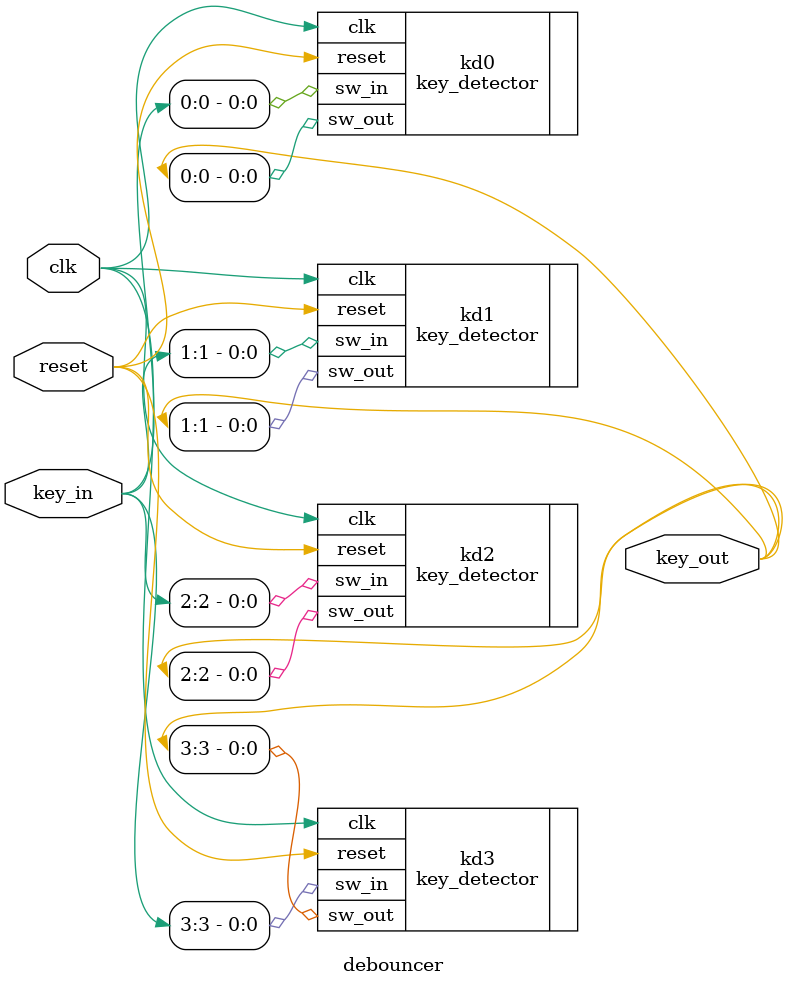
<source format=v>
`timescale 1ns / 1ps
module debouncer(
  input clk, reset, 
  input [3:0] key_in,
  output [3:0] key_out
);

key_detector kd0 (
  .clk(clk), 
  .reset(reset), 
  .sw_in(key_in[0]), 
  .sw_out(key_out[0])
);

key_detector kd1 (
  .clk(clk), 
  .reset(reset), 
  .sw_in(key_in[1]), 
  .sw_out(key_out[1])
);

key_detector kd2 (
  .clk(clk), 
  .reset(reset), 
  .sw_in(key_in[2]), 
  .sw_out(key_out[2])
);

key_detector kd3 (
  .clk(clk), 
  .reset(reset), 
  .sw_in(key_in[3]), 
  .sw_out(key_out[3])
);

endmodule

</source>
